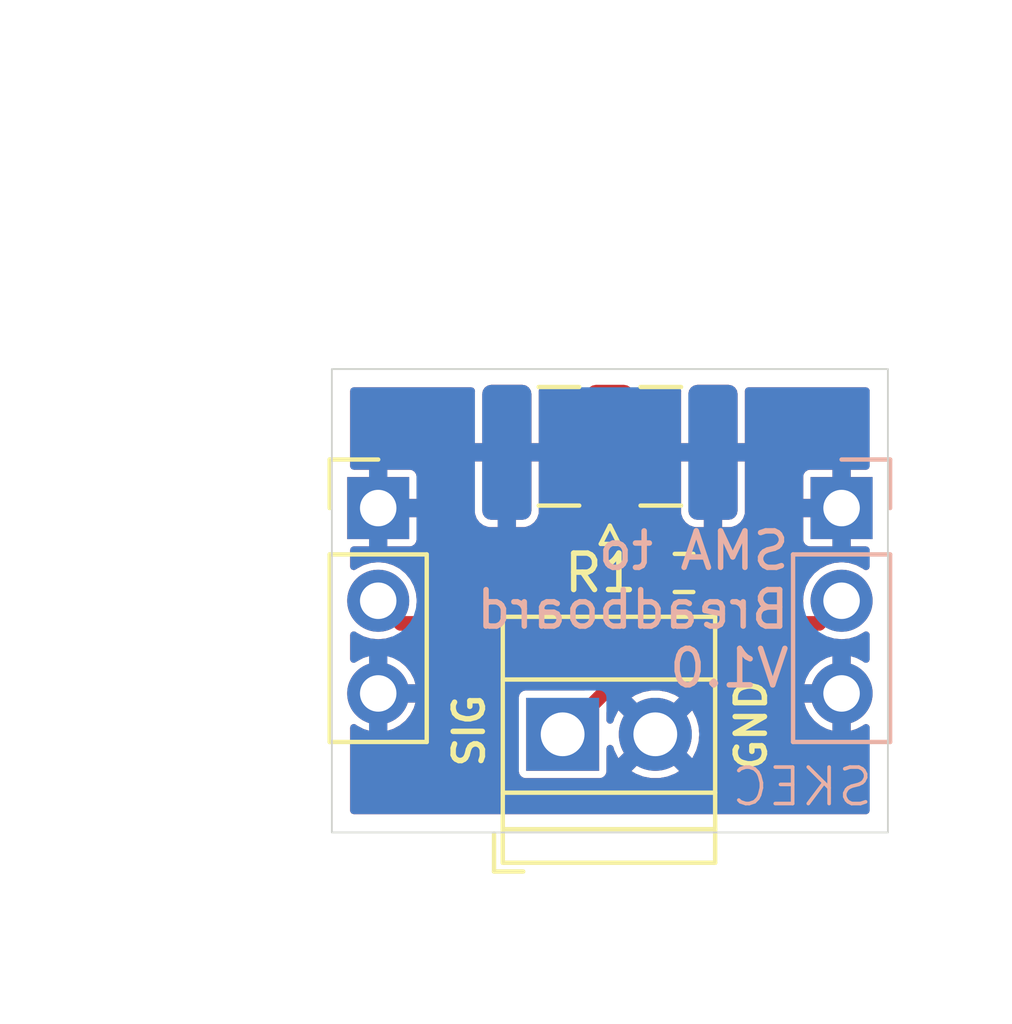
<source format=kicad_pcb>
(kicad_pcb (version 20240108) (generator "pcbnew") (generator_version "8.0")
  (layers (0 "F.Cu" signal) (31 "B.Cu" signal) (34 "B.Paste" user) (35 "F.Paste" user) (36 "B.SilkS" user "B.Silkscreen") (37 "F.SilkS" user "F.Silkscreen") (38 "B.Mask" user) (39 "F.Mask" user) (44 "Edge.Cuts" user))
  (net 0 "")
  (net 1 "GND")
  (net 2 "/SIGNAL")
  (footprint "Connector_PinHeader_2.54mm:PinHeader_1x03_P2.54mm_Vertical" (layer "F.Cu") (at 60.96 63.5)
    (property "Reference" "J2" (hide yes))
    (property "Value" "Conn_01x03")
    (fp_line (start -1.33 -1.33) (end 0 -1.33) (stroke (width 0.12)) (layer "F.SilkS"))
    (fp_line (start -1.33 0) (end -1.33 -1.33) (stroke (width 0.12)) (layer "F.SilkS"))
    (fp_line (start -1.33 1.27) (end -1.33 6.41) (stroke (width 0.12)) (layer "F.SilkS"))
    (fp_line (start -1.33 1.27) (end 1.33 1.27) (stroke (width 0.12)) (layer "F.SilkS"))
    (fp_line (start -1.33 6.41) (end 1.33 6.41) (stroke (width 0.12)) (layer "F.SilkS"))
    (fp_line (start 1.33 1.27) (end 1.33 6.41) (stroke (width 0.12)) (layer "F.SilkS"))
    (pad "1" thru_hole rect (at 0 0) (size 1.7 1.7) (drill 1) (layers "*.Cu" "*.Mask") (net 1 "GND"))
    (pad "2" thru_hole oval (at 0 2.54) (size 1.7 1.7) (drill 1) (layers "*.Cu" "*.Mask") (net 2 "/SIGNAL"))
    (pad "3" thru_hole oval (at 0 5.08) (size 1.7 1.7) (drill 1) (layers "*.Cu" "*.Mask") (net 1 "GND"))
  )
  (footprint "Connector_Coaxial:SMA_Samtec_SMA-J-P-H-ST-EM1_EdgeMount" (layer "F.Cu") (at 67.31 61.722 90)
    (property "Reference" "J1" (hide yes))
    (property "Value" "SMA")
    (fp_line (start 1.54 -0.84) (end 1.54 -1.95) (stroke (width 0.12)) (layer "F.SilkS"))
    (fp_line (start -1.71 -0.84) (end -1.71 -1.95) (stroke (width 0.12)) (layer "F.SilkS"))
    (fp_line (start -2.76 -0.25) (end -2.76 0.25) (stroke (width 0.12)) (layer "F.SilkS"))
    (fp_line (start -2.26 0) (end -2.76 -0.25) (stroke (width 0.12)) (layer "F.SilkS"))
    (fp_line (start -2.76 0.25) (end -2.26 0) (stroke (width 0.12)) (layer "F.SilkS"))
    (fp_line (start 1.54 1.95) (end 1.54 0.84) (stroke (width 0.12)) (layer "F.SilkS"))
    (fp_line (start -1.71 1.95) (end -1.71 0.84) (stroke (width 0.12)) (layer "F.SilkS"))
    (pad "1" smd roundrect (at 0 0 180) (size 1.27 3.2) (layers "F.Cu" "F.Mask") (roundrect_rratio 0.1968503937) (net 2 "/SIGNAL"))
    (pad "2" smd roundrect (at -0.25 -2.825 180) (size 1.35 3.7) (layers "F.Cu" "F.Mask") (roundrect_rratio 0.1851851852) (net 1 "GND"))
    (pad "2" smd roundrect (at -0.25 -2.825 180) (size 1.35 3.7) (layers "B.Cu" "B.Mask") (roundrect_rratio 0.1851851852) (net 1 "GND"))
    (pad "2" smd roundrect (at -0.25 2.825 180) (size 1.35 3.7) (layers "F.Cu" "F.Mask") (roundrect_rratio 0.1851851852) (net 1 "GND"))
    (pad "2" smd roundrect (at -0.25 2.825 180) (size 1.35 3.7) (layers "B.Cu" "B.Mask") (roundrect_rratio 0.1851851852) (net 1 "GND"))
  )
  (footprint "Resistor_SMD:R_0603_1608Metric_Pad0.98x0.95mm_HandSolder" (layer "F.Cu") (at 69.342 65.278)
    (property "Reference" "R1" (at -2.286 0 0) (layer "F.SilkS"))
    (property "Value" "DNP")
    (fp_line (start -0.254724 -0.5225) (end 0.254724 -0.5225) (stroke (width 0.12)) (layer "F.SilkS"))
    (fp_line (start -0.254724 0.5225) (end 0.254724 0.5225) (stroke (width 0.12)) (layer "F.SilkS"))
    (pad "1" smd roundrect (at -0.9125 0) (size 0.975 0.95) (layers "F.Cu" "F.Paste" "F.Mask") (net 2 "/SIGNAL"))
    (pad "2" smd roundrect (at 0.9125 0) (size 0.975 0.95) (layers "F.Cu" "F.Paste" "F.Mask") (net 1 "GND"))
  )
  (footprint "TerminalBlock:TerminalBlock_Xinya_XY308-2.54-2P_1x02_P2.54mm_Horizontal" (layer "F.Cu") (at 66.0146 69.7)
    (property "Reference" "J4" (hide yes))
    (property "Value" "Screw_Terminal")
    (fp_line (start -1.88 2.72) (end -1.88 3.76) (stroke (width 0.12)) (layer "F.SilkS"))
    (fp_line (start -1.88 3.76) (end -1.08 3.76) (stroke (width 0.12)) (layer "F.SilkS"))
    (fp_line (start -1.64 -3.22) (end -1.64 3.52) (stroke (width 0.12)) (layer "F.SilkS"))
    (fp_line (start -1.64 -3.22) (end 4.18 -3.22) (stroke (width 0.12)) (layer "F.SilkS"))
    (fp_line (start -1.64 -1.501) (end 4.18 -1.501) (stroke (width 0.12)) (layer "F.SilkS"))
    (fp_line (start -1.64 1.6) (end 4.18 1.6) (stroke (width 0.12)) (layer "F.SilkS"))
    (fp_line (start -1.64 2.6) (end 4.18 2.6) (stroke (width 0.12)) (layer "F.SilkS"))
    (fp_line (start -1.64 3.52) (end 4.18 3.52) (stroke (width 0.12)) (layer "F.SilkS"))
    (fp_line (start 4.18 -3.22) (end 4.18 3.52) (stroke (width 0.12)) (layer "F.SilkS"))
    (pad "1" thru_hole rect (at 0 0) (size 2 2) (drill 1.2) (layers "*.Cu" "*.Mask") (net 2 "/SIGNAL"))
    (pad "2" thru_hole circle (at 2.54 0) (size 2 2) (drill 1.2) (layers "*.Cu" "*.Mask") (net 1 "GND"))
  )
  (footprint "Connector_PinHeader_2.54mm:PinHeader_1x03_P2.54mm_Vertical" (layer "B.Cu") (at 73.66 63.5 180)
    (property "Reference" "J3" (hide yes))
    (property "Value" "Conn_01x03")
    (fp_line (start 1.33 -1.27) (end -1.33 -1.27) (stroke (width 0.12)) (layer "B.SilkS"))
    (fp_line (start 1.33 -6.41) (end 1.33 -1.27) (stroke (width 0.12)) (layer "B.SilkS"))
    (fp_line (start 1.33 -6.41) (end -1.33 -6.41) (stroke (width 0.12)) (layer "B.SilkS"))
    (fp_line (start 0 1.33) (end -1.33 1.33) (stroke (width 0.12)) (layer "B.SilkS"))
    (fp_line (start -1.33 1.33) (end -1.33 0) (stroke (width 0.12)) (layer "B.SilkS"))
    (fp_line (start -1.33 -6.41) (end -1.33 -1.27) (stroke (width 0.12)) (layer "B.SilkS"))
    (pad "1" thru_hole rect (at 0 0 180) (size 1.7 1.7) (drill 1) (layers "*.Cu" "*.Mask") (net 1 "GND"))
    (pad "2" thru_hole oval (at 0 -2.54 180) (size 1.7 1.7) (drill 1) (layers "*.Cu" "*.Mask") (net 2 "/SIGNAL"))
    (pad "3" thru_hole oval (at 0 -5.08 180) (size 1.7 1.7) (drill 1) (layers "*.Cu" "*.Mask") (net 1 "GND"))
  )
  (gr_rect (start 59.69 59.69) (end 74.93 72.39) (stroke (width 0.05)) (fill none) (layer "Edge.Cuts"))
  (gr_text "SMA to\nBreadboard\nV1.0" (at 72.3 68.475 0) (layer "B.SilkS") (effects (font (size 1 1)) (justify left bottom mirror)))
  (gr_text "SKEC" (at 74.575 71.725 0) (layer "B.SilkS") (effects (font (size 1 1) (thickness 0.1)) (justify left bottom mirror)))
  (gr_text "GND" (at 71.65 70.76 90) (layer "F.SilkS") (effects (font (size 0.8 0.8) (thickness 0.15) (bold yes)) (justify left bottom)))
  (gr_text "SIG" (at 63.92 70.67 90) (layer "F.SilkS") (effects (font (size 0.8 0.8) (thickness 0.15) (bold yes)) (justify left bottom)))
  (segment (start 73.66 66.04) (end 73.04 66.66) (width 0.4) (layer "F.Cu") (net 2))
  (segment (start 67.31 65.32) (end 67.31 61.722) (width 0.4) (layer "F.Cu") (net 2))
  (segment (start 60.96 66.04) (end 61.58 66.66) (width 0.4) (layer "F.Cu") (net 2))
  (segment (start 61.58 66.66) (end 67.31 66.66) (width 0.4) (layer "F.Cu") (net 2))
  (segment (start 68.4295 65.278) (end 67.352 65.278) (width 0.4) (layer "F.Cu") (net 2))
  (segment (start 67.31 66.66) (end 67.31 65.32) (width 0.4) (layer "F.Cu") (net 2))
  (segment (start 73.04 66.66) (end 67.31 66.66) (width 0.4) (layer "F.Cu") (net 2))
  (segment (start 66.0146 69.7) (end 67.31 68.4046) (width 0.4) (layer "F.Cu") (net 2))
  (segment (start 67.352 65.278) (end 67.31 65.32) (width 0.4) (layer "F.Cu") (net 2))
  (segment (start 67.31 68.4046) (end 67.31 66.66) (width 0.4) (layer "F.Cu") (net 2))
  (zone (net 1) (net_name "GND") (layers "F&B.Cu") (connect_pads (clearance 0.2)) (min_thickness 0.2) (fill yes (thermal_gap 0.2) (thermal_bridge_width 0.5))
    (polygon (pts (xy 59.69 59.69) (xy 59.69 72.39) (xy 74.93 72.39) (xy 74.93 59.69)))
  )
)
</source>
